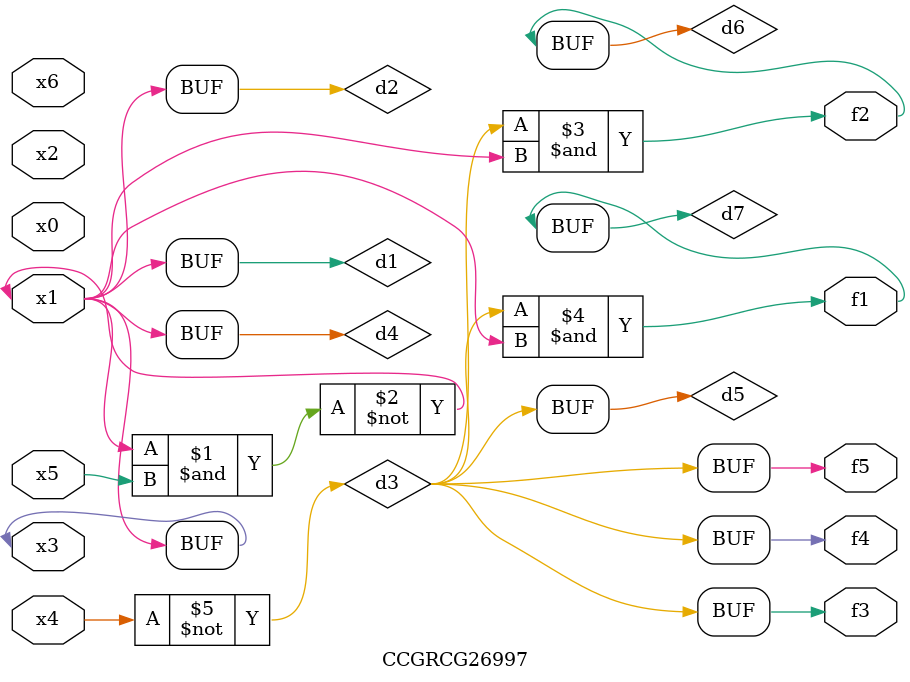
<source format=v>
module CCGRCG26997(
	input x0, x1, x2, x3, x4, x5, x6,
	output f1, f2, f3, f4, f5
);

	wire d1, d2, d3, d4, d5, d6, d7;

	buf (d1, x1, x3);
	nand (d2, x1, x5);
	not (d3, x4);
	buf (d4, d1, d2);
	buf (d5, d3);
	and (d6, d3, d4);
	and (d7, d3, d4);
	assign f1 = d7;
	assign f2 = d6;
	assign f3 = d5;
	assign f4 = d5;
	assign f5 = d5;
endmodule

</source>
